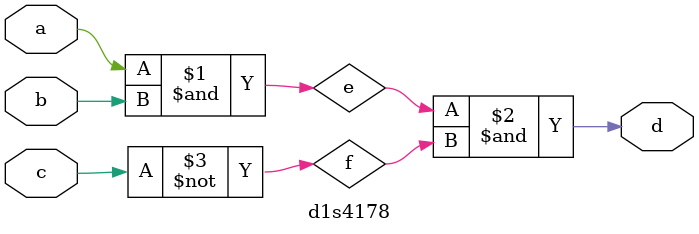
<source format=v>
module d1s4178(a,b,c,d);
  input a,b,c;
  output d;
  wire a,b,c,d,e,f;
  
  and E1(e,a,b);
  not E2(f,c);
  and E3(d,e,f);
endmodule
</source>
